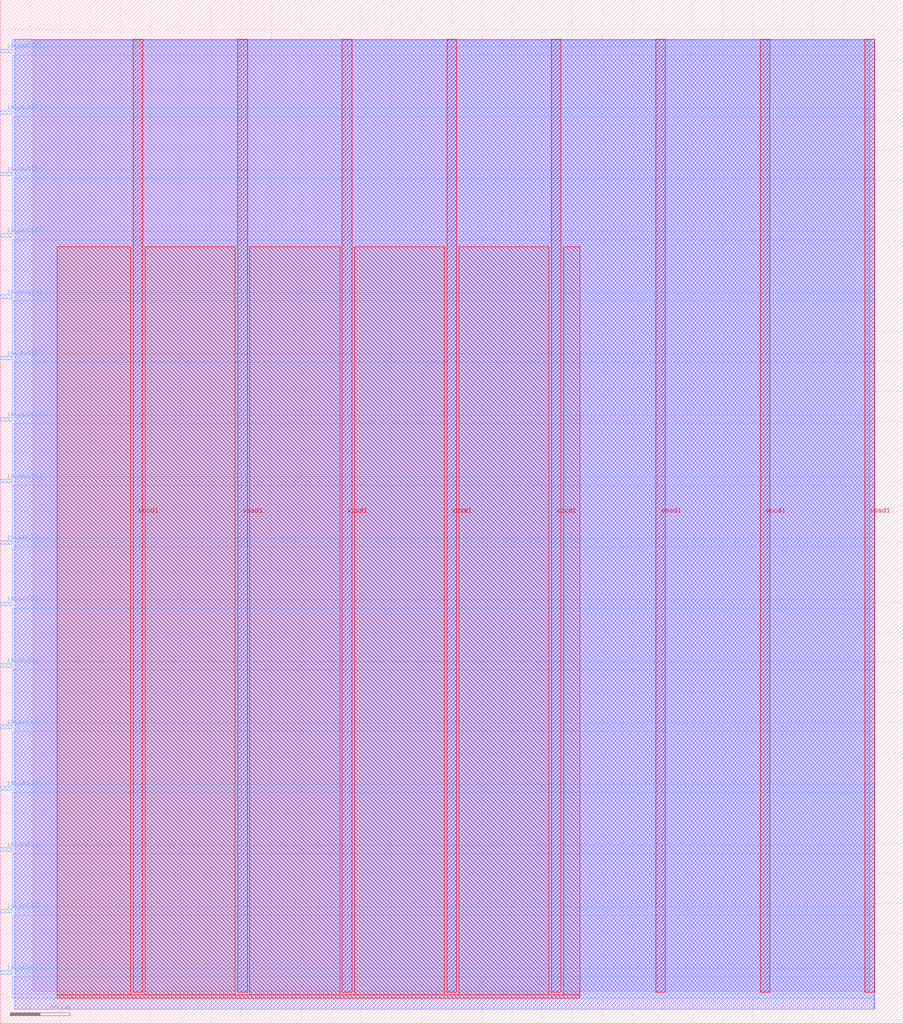
<source format=lef>
VERSION 5.7 ;
  NOWIREEXTENSIONATPIN ON ;
  DIVIDERCHAR "/" ;
  BUSBITCHARS "[]" ;
MACRO swalense_top
  CLASS BLOCK ;
  FOREIGN swalense_top ;
  ORIGIN 0.000 0.000 ;
  SIZE 150.000 BY 170.000 ;
  PIN io_in[0]
    DIRECTION INPUT ;
    USE SIGNAL ;
    PORT
      LAYER met3 ;
        RECT 0.000 8.200 2.000 8.800 ;
    END
  END io_in[0]
  PIN io_in[1]
    DIRECTION INPUT ;
    USE SIGNAL ;
    PORT
      LAYER met3 ;
        RECT 0.000 18.400 2.000 19.000 ;
    END
  END io_in[1]
  PIN io_in[2]
    DIRECTION INPUT ;
    USE SIGNAL ;
    PORT
      LAYER met3 ;
        RECT 0.000 28.600 2.000 29.200 ;
    END
  END io_in[2]
  PIN io_in[3]
    DIRECTION INPUT ;
    USE SIGNAL ;
    PORT
      LAYER met3 ;
        RECT 0.000 38.800 2.000 39.400 ;
    END
  END io_in[3]
  PIN io_in[4]
    DIRECTION INPUT ;
    USE SIGNAL ;
    PORT
      LAYER met3 ;
        RECT 0.000 49.000 2.000 49.600 ;
    END
  END io_in[4]
  PIN io_in[5]
    DIRECTION INPUT ;
    USE SIGNAL ;
    PORT
      LAYER met3 ;
        RECT 0.000 59.200 2.000 59.800 ;
    END
  END io_in[5]
  PIN io_in[6]
    DIRECTION INPUT ;
    USE SIGNAL ;
    PORT
      LAYER met3 ;
        RECT 0.000 69.400 2.000 70.000 ;
    END
  END io_in[6]
  PIN io_in[7]
    DIRECTION INPUT ;
    USE SIGNAL ;
    PORT
      LAYER met3 ;
        RECT 0.000 79.600 2.000 80.200 ;
    END
  END io_in[7]
  PIN io_out[0]
    DIRECTION OUTPUT TRISTATE ;
    USE SIGNAL ;
    PORT
      LAYER met3 ;
        RECT 0.000 89.800 2.000 90.400 ;
    END
  END io_out[0]
  PIN io_out[1]
    DIRECTION OUTPUT TRISTATE ;
    USE SIGNAL ;
    PORT
      LAYER met3 ;
        RECT 0.000 100.000 2.000 100.600 ;
    END
  END io_out[1]
  PIN io_out[2]
    DIRECTION OUTPUT TRISTATE ;
    USE SIGNAL ;
    PORT
      LAYER met3 ;
        RECT 0.000 110.200 2.000 110.800 ;
    END
  END io_out[2]
  PIN io_out[3]
    DIRECTION OUTPUT TRISTATE ;
    USE SIGNAL ;
    PORT
      LAYER met3 ;
        RECT 0.000 120.400 2.000 121.000 ;
    END
  END io_out[3]
  PIN io_out[4]
    DIRECTION OUTPUT TRISTATE ;
    USE SIGNAL ;
    PORT
      LAYER met3 ;
        RECT 0.000 130.600 2.000 131.200 ;
    END
  END io_out[4]
  PIN io_out[5]
    DIRECTION OUTPUT TRISTATE ;
    USE SIGNAL ;
    PORT
      LAYER met3 ;
        RECT 0.000 140.800 2.000 141.400 ;
    END
  END io_out[5]
  PIN io_out[6]
    DIRECTION OUTPUT TRISTATE ;
    USE SIGNAL ;
    PORT
      LAYER met3 ;
        RECT 0.000 151.000 2.000 151.600 ;
    END
  END io_out[6]
  PIN io_out[7]
    DIRECTION OUTPUT TRISTATE ;
    USE SIGNAL ;
    PORT
      LAYER met3 ;
        RECT 0.000 161.200 2.000 161.800 ;
    END
  END io_out[7]
  PIN vccd1
    DIRECTION INOUT ;
    USE POWER ;
    PORT
      LAYER met4 ;
        RECT 22.085 5.200 23.685 163.440 ;
    END
    PORT
      LAYER met4 ;
        RECT 56.815 5.200 58.415 163.440 ;
    END
    PORT
      LAYER met4 ;
        RECT 91.545 5.200 93.145 163.440 ;
    END
    PORT
      LAYER met4 ;
        RECT 126.275 5.200 127.875 163.440 ;
    END
  END vccd1
  PIN vssd1
    DIRECTION INOUT ;
    USE GROUND ;
    PORT
      LAYER met4 ;
        RECT 39.450 5.200 41.050 163.440 ;
    END
    PORT
      LAYER met4 ;
        RECT 74.180 5.200 75.780 163.440 ;
    END
    PORT
      LAYER met4 ;
        RECT 108.910 5.200 110.510 163.440 ;
    END
    PORT
      LAYER met4 ;
        RECT 143.640 5.200 145.240 163.440 ;
    END
  END vssd1
  OBS
      LAYER li1 ;
        RECT 5.520 5.355 144.440 163.285 ;
      LAYER met1 ;
        RECT 2.370 2.420 145.240 163.440 ;
      LAYER met2 ;
        RECT 2.390 2.390 145.210 163.385 ;
      LAYER met3 ;
        RECT 2.000 162.200 145.230 163.365 ;
        RECT 2.400 160.800 145.230 162.200 ;
        RECT 2.000 152.000 145.230 160.800 ;
        RECT 2.400 150.600 145.230 152.000 ;
        RECT 2.000 141.800 145.230 150.600 ;
        RECT 2.400 140.400 145.230 141.800 ;
        RECT 2.000 131.600 145.230 140.400 ;
        RECT 2.400 130.200 145.230 131.600 ;
        RECT 2.000 121.400 145.230 130.200 ;
        RECT 2.400 120.000 145.230 121.400 ;
        RECT 2.000 111.200 145.230 120.000 ;
        RECT 2.400 109.800 145.230 111.200 ;
        RECT 2.000 101.000 145.230 109.800 ;
        RECT 2.400 99.600 145.230 101.000 ;
        RECT 2.000 90.800 145.230 99.600 ;
        RECT 2.400 89.400 145.230 90.800 ;
        RECT 2.000 80.600 145.230 89.400 ;
        RECT 2.400 79.200 145.230 80.600 ;
        RECT 2.000 70.400 145.230 79.200 ;
        RECT 2.400 69.000 145.230 70.400 ;
        RECT 2.000 60.200 145.230 69.000 ;
        RECT 2.400 58.800 145.230 60.200 ;
        RECT 2.000 50.000 145.230 58.800 ;
        RECT 2.400 48.600 145.230 50.000 ;
        RECT 2.000 39.800 145.230 48.600 ;
        RECT 2.400 38.400 145.230 39.800 ;
        RECT 2.000 29.600 145.230 38.400 ;
        RECT 2.400 28.200 145.230 29.600 ;
        RECT 2.000 19.400 145.230 28.200 ;
        RECT 2.400 18.000 145.230 19.400 ;
        RECT 2.000 9.200 145.230 18.000 ;
        RECT 2.400 7.800 145.230 9.200 ;
        RECT 2.000 4.255 145.230 7.800 ;
      LAYER met4 ;
        RECT 9.495 4.800 21.685 129.025 ;
        RECT 24.085 4.800 39.050 129.025 ;
        RECT 41.450 4.800 56.415 129.025 ;
        RECT 58.815 4.800 73.780 129.025 ;
        RECT 76.180 4.800 91.145 129.025 ;
        RECT 93.545 4.800 96.305 129.025 ;
        RECT 9.495 4.255 96.305 4.800 ;
  END
END swalense_top
END LIBRARY


</source>
